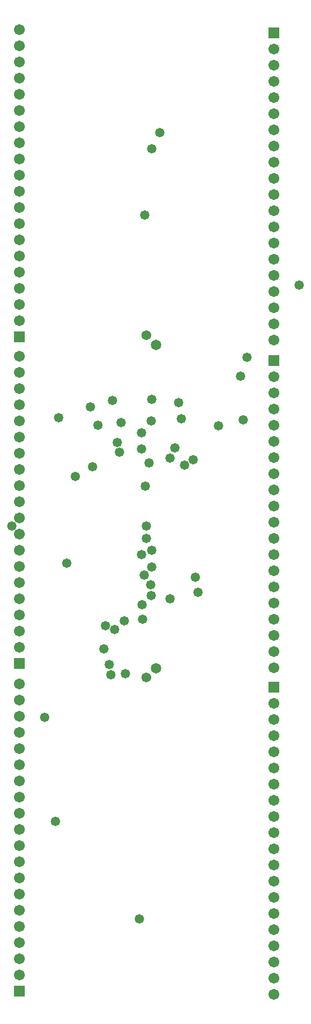
<source format=gbs>
%TF.GenerationSoftware,Altium Limited,Altium Designer,22.11.1 (43)*%
G04 Layer_Color=16711935*
%FSLAX45Y45*%
%MOMM*%
%TF.SameCoordinates,8E6B7D1E-C15C-42CD-BC71-5E9529DE4995*%
%TF.FilePolarity,Negative*%
%TF.FileFunction,Soldermask,Bot*%
%TF.Part,Single*%
G01*
G75*
%TA.AperFunction,ComponentPad*%
%ADD20R,1.70320X1.70320*%
%ADD21C,1.70320*%
%ADD22C,1.65320*%
%ADD23C,1.54120*%
%TA.AperFunction,ViaPad*%
%ADD24C,1.47320*%
D20*
X7249998Y15525999D02*
D03*
X3249996Y10750001D02*
D03*
X7249998Y10376002D02*
D03*
X3250001Y5624002D02*
D03*
X7249998Y5250002D02*
D03*
X3250001Y474000D02*
D03*
D21*
X7249998Y15271999D02*
D03*
Y15017999D02*
D03*
Y14763998D02*
D03*
Y14509999D02*
D03*
Y14256000D02*
D03*
Y14001999D02*
D03*
Y13748000D02*
D03*
Y13493999D02*
D03*
Y13239999D02*
D03*
Y12985999D02*
D03*
Y12731999D02*
D03*
Y12477999D02*
D03*
Y12223999D02*
D03*
Y11969999D02*
D03*
Y11715999D02*
D03*
Y11461999D02*
D03*
Y11207999D02*
D03*
Y10953999D02*
D03*
Y10699999D02*
D03*
X3249996Y11004001D02*
D03*
Y11258001D02*
D03*
Y11512001D02*
D03*
Y11766001D02*
D03*
Y12020001D02*
D03*
Y12274001D02*
D03*
Y12528001D02*
D03*
Y12782001D02*
D03*
Y13036002D02*
D03*
Y13290001D02*
D03*
Y13544000D02*
D03*
Y13798001D02*
D03*
Y14052000D02*
D03*
Y14306001D02*
D03*
Y14560001D02*
D03*
Y14814001D02*
D03*
Y15068001D02*
D03*
Y15322002D02*
D03*
Y15576001D02*
D03*
X7249998Y10122002D02*
D03*
Y9868002D02*
D03*
Y9614002D02*
D03*
Y9360002D02*
D03*
Y9106002D02*
D03*
Y8852002D02*
D03*
Y8598002D02*
D03*
Y8344002D02*
D03*
Y8090002D02*
D03*
Y7836002D02*
D03*
Y7582002D02*
D03*
Y7328002D02*
D03*
Y7074002D02*
D03*
Y6820002D02*
D03*
Y6566002D02*
D03*
Y6312002D02*
D03*
Y6058002D02*
D03*
Y5804002D02*
D03*
Y5550002D02*
D03*
X3250001Y5878002D02*
D03*
Y6132002D02*
D03*
Y6386002D02*
D03*
Y6640002D02*
D03*
Y6894002D02*
D03*
Y7148002D02*
D03*
Y7402002D02*
D03*
Y7656002D02*
D03*
Y7910002D02*
D03*
Y8164002D02*
D03*
Y8418002D02*
D03*
Y8672002D02*
D03*
Y8926002D02*
D03*
Y9180002D02*
D03*
Y9434002D02*
D03*
Y9688002D02*
D03*
Y9942002D02*
D03*
Y10196002D02*
D03*
Y10450002D02*
D03*
X7249998Y4996002D02*
D03*
Y4742002D02*
D03*
Y4488002D02*
D03*
Y4234002D02*
D03*
Y3980002D02*
D03*
Y3726002D02*
D03*
Y3472002D02*
D03*
Y3218002D02*
D03*
Y2964002D02*
D03*
Y2710002D02*
D03*
Y2456002D02*
D03*
Y2202002D02*
D03*
Y1948002D02*
D03*
Y1694002D02*
D03*
Y1440002D02*
D03*
Y1186002D02*
D03*
Y932002D02*
D03*
Y678002D02*
D03*
Y424002D02*
D03*
X3250001Y728000D02*
D03*
Y982000D02*
D03*
Y1236000D02*
D03*
Y1490000D02*
D03*
Y1744000D02*
D03*
Y1998000D02*
D03*
Y2252000D02*
D03*
Y2506000D02*
D03*
Y2760000D02*
D03*
Y3014000D02*
D03*
Y3268000D02*
D03*
Y3522000D02*
D03*
Y3776000D02*
D03*
Y4030000D02*
D03*
Y4284000D02*
D03*
Y4538000D02*
D03*
Y4792000D02*
D03*
Y5046000D02*
D03*
Y5300000D02*
D03*
D22*
X5399994Y5545999D02*
D03*
Y10625999D02*
D03*
D23*
X5249997Y5396001D02*
D03*
Y10776001D02*
D03*
D24*
X5328920Y13705840D02*
D03*
X5331460Y9766300D02*
D03*
X4363837Y9646001D02*
D03*
X5753100Y9720580D02*
D03*
X3868420Y9484330D02*
D03*
X4482658Y9359422D02*
D03*
X4848860Y9406001D02*
D03*
X7653020Y11566977D02*
D03*
X4126057Y8554720D02*
D03*
X5168900Y8986571D02*
D03*
X6731000Y10134600D02*
D03*
X5323840Y9433560D02*
D03*
X3134360Y7782560D02*
D03*
X5250180D02*
D03*
X5291282Y8766002D02*
D03*
X5247640Y7584222D02*
D03*
X3997960Y7193280D02*
D03*
X6017260Y6971909D02*
D03*
X5173980Y7327900D02*
D03*
X5331460Y7132320D02*
D03*
X6058332Y6733540D02*
D03*
X3647440Y4770120D02*
D03*
X4605498Y6216010D02*
D03*
X5623560Y6635201D02*
D03*
X4744720Y6151880D02*
D03*
X5321838Y6687820D02*
D03*
X5181600Y6542141D02*
D03*
X5188458Y6315202D02*
D03*
X4577080Y5849620D02*
D03*
X4686300Y5445760D02*
D03*
X3812540Y3141980D02*
D03*
X4663440Y5605780D02*
D03*
X4919980Y5456763D02*
D03*
X5328920Y7396480D02*
D03*
X5311699Y6852920D02*
D03*
X5214620Y7006001D02*
D03*
X5851083Y8735060D02*
D03*
X5983524Y8816340D02*
D03*
X6771640Y9448800D02*
D03*
X5621020Y8841740D02*
D03*
X5696382Y9006002D02*
D03*
X6830060Y10431780D02*
D03*
X5793740Y9466580D02*
D03*
X6382619Y9356806D02*
D03*
X4403090Y8710930D02*
D03*
X5232400Y8402320D02*
D03*
X4897120Y6286500D02*
D03*
X5135880Y1610360D02*
D03*
X5168900Y9246001D02*
D03*
X4711360Y9753600D02*
D03*
X4790440Y9093200D02*
D03*
X4820920Y8940800D02*
D03*
X5224780Y12666980D02*
D03*
X5458460Y13959840D02*
D03*
%TF.MD5,04ab02611f752aa443f5578e7f968291*%
M02*

</source>
